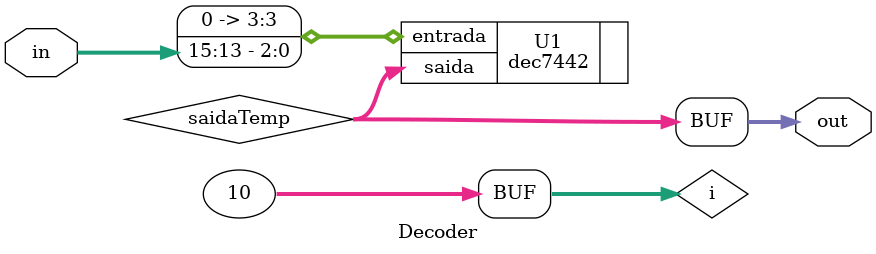
<source format=v>
module Decoder(
	input [15:0] in,
	output reg[9:0] out
);
	
	wire [9:0] saidaTemp;
	
	dec7442 U1(
		.entrada({1'b0, in [15:13]}),
		.saida(saidaTemp)
	);
	
	integer i;
	always @ (*) begin
		for (i = 0; i < 10; i = i+1) begin
				out[i] = saidaTemp[i];
		end
	end

endmodule
</source>
